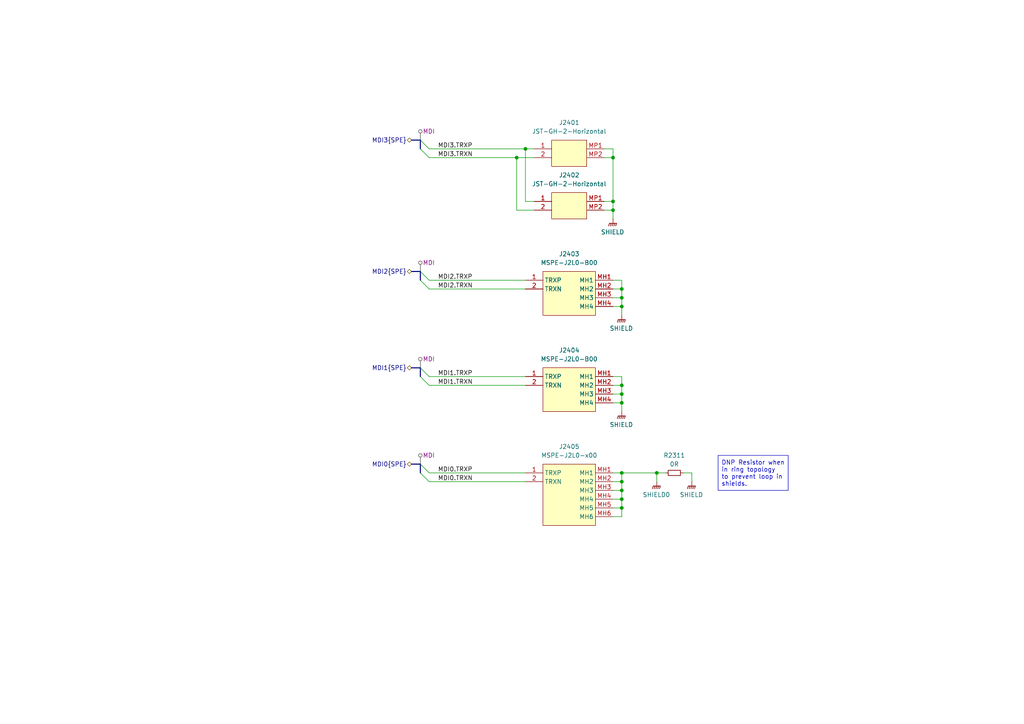
<source format=kicad_sch>
(kicad_sch
	(version 20250114)
	(generator "eeschema")
	(generator_version "9.0")
	(uuid "74c88219-6d92-487f-adc9-8b7127fcf1a3")
	(paper "A4")
	(title_block
		(title "Ethernet Connectors")
		(date "2025-06-30")
	)
	(lib_symbols
		(symbol "Device:R_Small"
			(pin_numbers
				(hide yes)
			)
			(pin_names
				(offset 0.254)
				(hide yes)
			)
			(exclude_from_sim no)
			(in_bom yes)
			(on_board yes)
			(property "Reference" "R"
				(at 0 0 90)
				(effects
					(font
						(size 1.016 1.016)
					)
				)
			)
			(property "Value" "R_Small"
				(at 1.778 0 90)
				(effects
					(font
						(size 1.27 1.27)
					)
				)
			)
			(property "Footprint" ""
				(at 0 0 0)
				(effects
					(font
						(size 1.27 1.27)
					)
					(hide yes)
				)
			)
			(property "Datasheet" "~"
				(at 0 0 0)
				(effects
					(font
						(size 1.27 1.27)
					)
					(hide yes)
				)
			)
			(property "Description" "Resistor, small symbol"
				(at 0 0 0)
				(effects
					(font
						(size 1.27 1.27)
					)
					(hide yes)
				)
			)
			(property "ki_keywords" "R resistor"
				(at 0 0 0)
				(effects
					(font
						(size 1.27 1.27)
					)
					(hide yes)
				)
			)
			(property "ki_fp_filters" "R_*"
				(at 0 0 0)
				(effects
					(font
						(size 1.27 1.27)
					)
					(hide yes)
				)
			)
			(symbol "R_Small_0_1"
				(rectangle
					(start -0.762 1.778)
					(end 0.762 -1.778)
					(stroke
						(width 0.2032)
						(type default)
					)
					(fill
						(type none)
					)
				)
			)
			(symbol "R_Small_1_1"
				(pin passive line
					(at 0 2.54 270)
					(length 0.762)
					(name "~"
						(effects
							(font
								(size 1.27 1.27)
							)
						)
					)
					(number "1"
						(effects
							(font
								(size 1.27 1.27)
							)
						)
					)
				)
				(pin passive line
					(at 0 -2.54 90)
					(length 0.762)
					(name "~"
						(effects
							(font
								(size 1.27 1.27)
							)
						)
					)
					(number "2"
						(effects
							(font
								(size 1.27 1.27)
							)
						)
					)
				)
			)
			(embedded_fonts no)
		)
		(symbol "ETH-CONN:MSPE-J2L0-B00"
			(exclude_from_sim no)
			(in_bom yes)
			(on_board yes)
			(property "Reference" "J"
				(at 0 5.08 0)
				(effects
					(font
						(size 1.27 1.27)
					)
				)
			)
			(property "Value" "MSPE-J2L0-B00"
				(at 0 2.54 0)
				(effects
					(font
						(size 1.27 1.27)
					)
				)
			)
			(property "Footprint" "project_footprints:MSPEJ2L0B00"
				(at 21.59 -94.92 0)
				(effects
					(font
						(size 1.27 1.27)
					)
					(justify left top)
					(hide yes)
				)
			)
			(property "Datasheet" "https://cdn.amphenol-icc.com/media/wysiwyg/files/drawing/p-mspe-j2l0-b00.pdf"
				(at 21.59 -194.92 0)
				(effects
					(font
						(size 1.27 1.27)
					)
					(justify left top)
					(hide yes)
				)
			)
			(property "Description" "Modular Connectors / Ethernet Connectors MSPE SGL PAIR ETHERNET CABLE"
				(at 0 -15.24 0)
				(effects
					(font
						(size 1.27 1.27)
					)
					(hide yes)
				)
			)
			(property "Height" "6.55"
				(at 21.59 -394.92 0)
				(effects
					(font
						(size 1.27 1.27)
					)
					(justify left top)
					(hide yes)
				)
			)
			(property "Mouser Part Number" "523-MSPE-J2L0-B00"
				(at 21.59 -494.92 0)
				(effects
					(font
						(size 1.27 1.27)
					)
					(justify left top)
					(hide yes)
				)
			)
			(property "Mouser Price/Stock" "https://www.mouser.co.uk/ProductDetail/Amphenol-Commercial-Products/MSPE-J2L0-B00?qs=e8oIoAS2J1QiQnwI3t%2FVjA%3D%3D"
				(at 21.59 -594.92 0)
				(effects
					(font
						(size 1.27 1.27)
					)
					(justify left top)
					(hide yes)
				)
			)
			(property "Manufacturer_Name" "Amphenol"
				(at 21.59 -694.92 0)
				(effects
					(font
						(size 1.27 1.27)
					)
					(justify left top)
					(hide yes)
				)
			)
			(property "Manufacturer_Part_Number" "MSPE-J2L0-B00"
				(at 21.59 -794.92 0)
				(effects
					(font
						(size 1.27 1.27)
					)
					(justify left top)
					(hide yes)
				)
			)
			(symbol "MSPE-J2L0-B00_1_1"
				(rectangle
					(start -7.62 0)
					(end 7.62 -12.7)
					(stroke
						(width 0)
						(type solid)
					)
					(fill
						(type background)
					)
				)
				(pin passive line
					(at -12.7 -2.54 0)
					(length 5.08)
					(name "TRXP"
						(effects
							(font
								(size 1.27 1.27)
							)
						)
					)
					(number "1"
						(effects
							(font
								(size 1.27 1.27)
							)
						)
					)
				)
				(pin passive line
					(at -12.7 -5.08 0)
					(length 5.08)
					(name "TRXN"
						(effects
							(font
								(size 1.27 1.27)
							)
						)
					)
					(number "2"
						(effects
							(font
								(size 1.27 1.27)
							)
						)
					)
				)
				(pin passive line
					(at 12.7 -2.54 180)
					(length 5.08)
					(name "MH1"
						(effects
							(font
								(size 1.27 1.27)
							)
						)
					)
					(number "MH1"
						(effects
							(font
								(size 1.27 1.27)
							)
						)
					)
				)
				(pin passive line
					(at 12.7 -5.08 180)
					(length 5.08)
					(name "MH2"
						(effects
							(font
								(size 1.27 1.27)
							)
						)
					)
					(number "MH2"
						(effects
							(font
								(size 1.27 1.27)
							)
						)
					)
				)
				(pin passive line
					(at 12.7 -7.62 180)
					(length 5.08)
					(name "MH3"
						(effects
							(font
								(size 1.27 1.27)
							)
						)
					)
					(number "MH3"
						(effects
							(font
								(size 1.27 1.27)
							)
						)
					)
				)
				(pin passive line
					(at 12.7 -10.16 180)
					(length 5.08)
					(name "MH4"
						(effects
							(font
								(size 1.27 1.27)
							)
						)
					)
					(number "MH4"
						(effects
							(font
								(size 1.27 1.27)
							)
						)
					)
				)
			)
			(embedded_fonts no)
		)
		(symbol "ETH-CONN:MSPE-J2L0-x00"
			(exclude_from_sim no)
			(in_bom yes)
			(on_board yes)
			(property "Reference" "J"
				(at 0 5.08 0)
				(effects
					(font
						(size 1.27 1.27)
					)
				)
			)
			(property "Value" "MSPE-J2L0-x00"
				(at 0 2.54 0)
				(effects
					(font
						(size 1.27 1.27)
					)
				)
			)
			(property "Footprint" "project_footprints:MSPEJ2L0x00"
				(at 21.59 -94.92 0)
				(effects
					(font
						(size 1.27 1.27)
					)
					(justify left top)
					(hide yes)
				)
			)
			(property "Datasheet" "https://cdn.amphenol-icc.com/media/wysiwyg/files/drawing/p-mspe-j2l0-b00.pdf"
				(at 21.59 -194.92 0)
				(effects
					(font
						(size 1.27 1.27)
					)
					(justify left top)
					(hide yes)
				)
			)
			(property "Description" "Modular Connectors / Ethernet Connectors MSPE SGL PAIR ETHERNET CABLE"
				(at 0 -20.32 0)
				(effects
					(font
						(size 1.27 1.27)
					)
					(hide yes)
				)
			)
			(property "Height" "6.55"
				(at 21.59 -394.92 0)
				(effects
					(font
						(size 1.27 1.27)
					)
					(justify left top)
					(hide yes)
				)
			)
			(property "Mouser Part Number" "523-MSPE-J2L0-B00"
				(at 21.59 -494.92 0)
				(effects
					(font
						(size 1.27 1.27)
					)
					(justify left top)
					(hide yes)
				)
			)
			(property "Mouser Price/Stock" "https://www.mouser.co.uk/ProductDetail/Amphenol-Commercial-Products/MSPE-J2L0-B00?qs=e8oIoAS2J1QiQnwI3t%2FVjA%3D%3D"
				(at 21.59 -594.92 0)
				(effects
					(font
						(size 1.27 1.27)
					)
					(justify left top)
					(hide yes)
				)
			)
			(property "Manufacturer_Name" "Amphenol"
				(at 21.59 -694.92 0)
				(effects
					(font
						(size 1.27 1.27)
					)
					(justify left top)
					(hide yes)
				)
			)
			(property "Manufacturer_Part_Number" "MSPE-J2L0-B00"
				(at 21.59 -794.92 0)
				(effects
					(font
						(size 1.27 1.27)
					)
					(justify left top)
					(hide yes)
				)
			)
			(symbol "MSPE-J2L0-x00_1_1"
				(rectangle
					(start -7.62 0)
					(end 7.62 -17.78)
					(stroke
						(width 0)
						(type solid)
					)
					(fill
						(type background)
					)
				)
				(pin passive line
					(at -12.7 -2.54 0)
					(length 5.08)
					(name "TRXP"
						(effects
							(font
								(size 1.27 1.27)
							)
						)
					)
					(number "1"
						(effects
							(font
								(size 1.27 1.27)
							)
						)
					)
				)
				(pin passive line
					(at -12.7 -5.08 0)
					(length 5.08)
					(name "TRXN"
						(effects
							(font
								(size 1.27 1.27)
							)
						)
					)
					(number "2"
						(effects
							(font
								(size 1.27 1.27)
							)
						)
					)
				)
				(pin passive line
					(at 12.7 -2.54 180)
					(length 5.08)
					(name "MH1"
						(effects
							(font
								(size 1.27 1.27)
							)
						)
					)
					(number "MH1"
						(effects
							(font
								(size 1.27 1.27)
							)
						)
					)
				)
				(pin passive line
					(at 12.7 -5.08 180)
					(length 5.08)
					(name "MH2"
						(effects
							(font
								(size 1.27 1.27)
							)
						)
					)
					(number "MH2"
						(effects
							(font
								(size 1.27 1.27)
							)
						)
					)
				)
				(pin passive line
					(at 12.7 -7.62 180)
					(length 5.08)
					(name "MH3"
						(effects
							(font
								(size 1.27 1.27)
							)
						)
					)
					(number "MH3"
						(effects
							(font
								(size 1.27 1.27)
							)
						)
					)
				)
				(pin passive line
					(at 12.7 -10.16 180)
					(length 5.08)
					(name "MH4"
						(effects
							(font
								(size 1.27 1.27)
							)
						)
					)
					(number "MH4"
						(effects
							(font
								(size 1.27 1.27)
							)
						)
					)
				)
				(pin passive line
					(at 12.7 -12.7 180)
					(length 5.08)
					(name "MH5"
						(effects
							(font
								(size 1.27 1.27)
							)
						)
					)
					(number "MH5"
						(effects
							(font
								(size 1.27 1.27)
							)
						)
					)
				)
				(pin passive line
					(at 12.7 -15.24 180)
					(length 5.08)
					(name "MH6"
						(effects
							(font
								(size 1.27 1.27)
							)
						)
					)
					(number "MH6"
						(effects
							(font
								(size 1.27 1.27)
							)
						)
					)
				)
			)
			(embedded_fonts no)
		)
		(symbol "JST-GH:JST-GH-2-Horizontal"
			(pin_names
				(hide yes)
			)
			(exclude_from_sim no)
			(in_bom yes)
			(on_board yes)
			(property "Reference" "J"
				(at 0 5.08 0)
				(effects
					(font
						(size 1.27 1.27)
					)
				)
			)
			(property "Value" "JST-GH-2-Horizontal"
				(at 0 2.54 0)
				(effects
					(font
						(size 1.27 1.27)
					)
				)
			)
			(property "Footprint" "project_footprints:JST_GH_SM02B-GHS-TB_1x02-1MP_P1.25mm_Horizontal"
				(at 0 -10.16 0)
				(effects
					(font
						(size 1.27 1.27)
					)
					(hide yes)
				)
			)
			(property "Datasheet" ""
				(at 0 0 0)
				(effects
					(font
						(size 1.27 1.27)
					)
					(hide yes)
				)
			)
			(property "Description" ""
				(at 0 0 0)
				(effects
					(font
						(size 1.27 1.27)
					)
					(hide yes)
				)
			)
			(symbol "JST-GH-2-Horizontal_1_1"
				(rectangle
					(start -5.08 0)
					(end 5.08 -7.62)
					(stroke
						(width 0)
						(type solid)
					)
					(fill
						(type background)
					)
				)
				(pin passive line
					(at -10.16 -2.54 0)
					(length 5.08)
					(name ""
						(effects
							(font
								(size 1.27 1.27)
							)
						)
					)
					(number "MP1"
						(effects
							(font
								(size 1.27 1.27)
							)
						)
					)
				)
				(pin passive line
					(at -10.16 -5.08 0)
					(length 5.08)
					(name ""
						(effects
							(font
								(size 1.27 1.27)
							)
						)
					)
					(number "MP2"
						(effects
							(font
								(size 1.27 1.27)
							)
						)
					)
				)
				(pin passive line
					(at 10.16 -2.54 180)
					(length 5.08)
					(name ""
						(effects
							(font
								(size 1.27 1.27)
							)
						)
					)
					(number "1"
						(effects
							(font
								(size 1.27 1.27)
							)
						)
					)
				)
				(pin passive line
					(at 10.16 -5.08 180)
					(length 5.08)
					(name ""
						(effects
							(font
								(size 1.27 1.27)
							)
						)
					)
					(number "2"
						(effects
							(font
								(size 1.27 1.27)
							)
						)
					)
				)
			)
			(embedded_fonts no)
		)
		(symbol "PWR-SYM:SHIELD"
			(power)
			(pin_numbers
				(hide yes)
			)
			(pin_names
				(offset 0)
				(hide yes)
			)
			(exclude_from_sim no)
			(in_bom yes)
			(on_board yes)
			(property "Reference" "#PWR"
				(at 0 -5.08 0)
				(effects
					(font
						(size 1.27 1.27)
					)
					(hide yes)
				)
			)
			(property "Value" "SHIELD"
				(at 0 -3.302 0)
				(effects
					(font
						(size 1.27 1.27)
					)
				)
			)
			(property "Footprint" ""
				(at 0 -1.27 0)
				(effects
					(font
						(size 1.27 1.27)
					)
					(hide yes)
				)
			)
			(property "Datasheet" ""
				(at 0 -1.27 0)
				(effects
					(font
						(size 1.27 1.27)
					)
					(hide yes)
				)
			)
			(property "Description" "Power symbol creates a global label with name \"SHIELD\" , global ground"
				(at 0 0 0)
				(effects
					(font
						(size 1.27 1.27)
					)
					(hide yes)
				)
			)
			(property "ki_keywords" "global ground"
				(at 0 0 0)
				(effects
					(font
						(size 1.27 1.27)
					)
					(hide yes)
				)
			)
			(symbol "SHIELD_0_1"
				(polyline
					(pts
						(xy -1.016 -1.27) (xy -1.27 -2.032) (xy -1.27 -2.032)
					)
					(stroke
						(width 0.2032)
						(type default)
					)
					(fill
						(type none)
					)
				)
				(polyline
					(pts
						(xy -0.508 -1.27) (xy -0.762 -2.032) (xy -0.762 -2.032)
					)
					(stroke
						(width 0.2032)
						(type default)
					)
					(fill
						(type none)
					)
				)
				(polyline
					(pts
						(xy 0 -1.27) (xy 0 0)
					)
					(stroke
						(width 0)
						(type default)
					)
					(fill
						(type none)
					)
				)
				(polyline
					(pts
						(xy 0 -1.27) (xy -0.254 -2.032) (xy -0.254 -2.032)
					)
					(stroke
						(width 0.2032)
						(type default)
					)
					(fill
						(type none)
					)
				)
				(polyline
					(pts
						(xy 0.508 -1.27) (xy 0.254 -2.032) (xy 0.254 -2.032)
					)
					(stroke
						(width 0.2032)
						(type default)
					)
					(fill
						(type none)
					)
				)
				(polyline
					(pts
						(xy 1.016 -1.27) (xy -1.016 -1.27) (xy -1.016 -1.27)
					)
					(stroke
						(width 0.2032)
						(type default)
					)
					(fill
						(type none)
					)
				)
				(polyline
					(pts
						(xy 1.016 -1.27) (xy 0.762 -2.032) (xy 0.762 -2.032) (xy 0.762 -2.032)
					)
					(stroke
						(width 0.2032)
						(type default)
					)
					(fill
						(type none)
					)
				)
			)
			(symbol "SHIELD_1_1"
				(pin power_in line
					(at 0 0 270)
					(length 0)
					(name "~"
						(effects
							(font
								(size 1.27 1.27)
							)
						)
					)
					(number "1"
						(effects
							(font
								(size 1.27 1.27)
							)
						)
					)
				)
			)
			(embedded_fonts no)
		)
		(symbol "PWR-SYM:SHIELD0"
			(power)
			(pin_numbers
				(hide yes)
			)
			(pin_names
				(offset 0)
				(hide yes)
			)
			(exclude_from_sim no)
			(in_bom yes)
			(on_board yes)
			(property "Reference" "#PWR"
				(at 0 -5.08 0)
				(effects
					(font
						(size 1.27 1.27)
					)
					(hide yes)
				)
			)
			(property "Value" "SHIELD0"
				(at 0 -3.302 0)
				(effects
					(font
						(size 1.27 1.27)
					)
				)
			)
			(property "Footprint" ""
				(at 0 -1.27 0)
				(effects
					(font
						(size 1.27 1.27)
					)
					(hide yes)
				)
			)
			(property "Datasheet" ""
				(at 0 -1.27 0)
				(effects
					(font
						(size 1.27 1.27)
					)
					(hide yes)
				)
			)
			(property "Description" "Power symbol creates a global label with name \"SHIELD0\" , global ground"
				(at 0 0 0)
				(effects
					(font
						(size 1.27 1.27)
					)
					(hide yes)
				)
			)
			(property "ki_keywords" "global ground"
				(at 0 0 0)
				(effects
					(font
						(size 1.27 1.27)
					)
					(hide yes)
				)
			)
			(symbol "SHIELD0_0_1"
				(polyline
					(pts
						(xy -1.016 -1.27) (xy -1.27 -2.032) (xy -1.27 -2.032)
					)
					(stroke
						(width 0.2032)
						(type default)
					)
					(fill
						(type none)
					)
				)
				(polyline
					(pts
						(xy -0.508 -1.27) (xy -0.762 -2.032) (xy -0.762 -2.032)
					)
					(stroke
						(width 0.2032)
						(type default)
					)
					(fill
						(type none)
					)
				)
				(polyline
					(pts
						(xy 0 -1.27) (xy 0 0)
					)
					(stroke
						(width 0)
						(type default)
					)
					(fill
						(type none)
					)
				)
				(polyline
					(pts
						(xy 0 -1.27) (xy -0.254 -2.032) (xy -0.254 -2.032)
					)
					(stroke
						(width 0.2032)
						(type default)
					)
					(fill
						(type none)
					)
				)
				(polyline
					(pts
						(xy 0.508 -1.27) (xy 0.254 -2.032) (xy 0.254 -2.032)
					)
					(stroke
						(width 0.2032)
						(type default)
					)
					(fill
						(type none)
					)
				)
				(polyline
					(pts
						(xy 1.016 -1.27) (xy -1.016 -1.27) (xy -1.016 -1.27)
					)
					(stroke
						(width 0.2032)
						(type default)
					)
					(fill
						(type none)
					)
				)
				(polyline
					(pts
						(xy 1.016 -1.27) (xy 0.762 -2.032) (xy 0.762 -2.032) (xy 0.762 -2.032)
					)
					(stroke
						(width 0.2032)
						(type default)
					)
					(fill
						(type none)
					)
				)
			)
			(symbol "SHIELD0_1_1"
				(pin power_in line
					(at 0 0 270)
					(length 0)
					(name "~"
						(effects
							(font
								(size 1.27 1.27)
							)
						)
					)
					(number "1"
						(effects
							(font
								(size 1.27 1.27)
							)
						)
					)
				)
			)
			(embedded_fonts no)
		)
	)
	(bus_alias "SPE"
		(members "TRXP" "TRXN")
	)
	(text_box "DNP Resistor when in ring topology to prevent loop in shields."
		(exclude_from_sim no)
		(at 208.28 132.08 0)
		(size 20.32 10.16)
		(margins 0.9525 0.9525 0.9525 0.9525)
		(stroke
			(width 0)
			(type solid)
		)
		(fill
			(type none)
		)
		(effects
			(font
				(size 1.27 1.27)
			)
			(justify left)
		)
		(uuid "cf97b4d4-c197-4870-b2ce-49dfc9af1cee")
	)
	(junction
		(at 180.34 137.16)
		(diameter 0)
		(color 0 0 0 0)
		(uuid "027cba98-2547-4bfc-9af3-be5771aa6bad")
	)
	(junction
		(at 180.34 114.3)
		(diameter 0)
		(color 0 0 0 0)
		(uuid "03e96879-0c60-491c-9bf5-91213645972b")
	)
	(junction
		(at 152.4 43.18)
		(diameter 0)
		(color 0 0 0 0)
		(uuid "0acce138-dee0-428a-b628-e12812f12258")
	)
	(junction
		(at 180.34 139.7)
		(diameter 0)
		(color 0 0 0 0)
		(uuid "16dd47cb-3c58-4150-8553-c255ee7b018b")
	)
	(junction
		(at 177.8 58.42)
		(diameter 0)
		(color 0 0 0 0)
		(uuid "4a94001c-c860-4460-a72e-5003d386983c")
	)
	(junction
		(at 177.8 45.72)
		(diameter 0)
		(color 0 0 0 0)
		(uuid "59726343-c0ce-4e4a-96ff-d443d505e0fc")
	)
	(junction
		(at 149.86 45.72)
		(diameter 0)
		(color 0 0 0 0)
		(uuid "5dc7e096-8a06-44a1-a7db-fbcdb13ca617")
	)
	(junction
		(at 180.34 147.32)
		(diameter 0)
		(color 0 0 0 0)
		(uuid "5dd56948-40f7-4552-b89b-1349ce72e964")
	)
	(junction
		(at 180.34 144.78)
		(diameter 0)
		(color 0 0 0 0)
		(uuid "9eb6c164-3d17-4bc1-83f7-aae2503ba5dd")
	)
	(junction
		(at 180.34 111.76)
		(diameter 0)
		(color 0 0 0 0)
		(uuid "be2370db-64c3-4663-9aa5-bc28c430ec8d")
	)
	(junction
		(at 180.34 88.9)
		(diameter 0)
		(color 0 0 0 0)
		(uuid "befe4ea5-327a-4b45-ad77-6aaa52c8b7c9")
	)
	(junction
		(at 177.8 60.96)
		(diameter 0)
		(color 0 0 0 0)
		(uuid "bfb1c339-6efa-4037-9526-8cb1e650789c")
	)
	(junction
		(at 180.34 86.36)
		(diameter 0)
		(color 0 0 0 0)
		(uuid "bfff8172-7e1f-4e4c-9114-f72e5150a7f6")
	)
	(junction
		(at 180.34 142.24)
		(diameter 0)
		(color 0 0 0 0)
		(uuid "cd5b09c5-90ca-42fc-94a5-a930d126ed56")
	)
	(junction
		(at 190.5 137.16)
		(diameter 0)
		(color 0 0 0 0)
		(uuid "e691bdff-49e8-46c3-8d28-bb413a70c35e")
	)
	(junction
		(at 180.34 83.82)
		(diameter 0)
		(color 0 0 0 0)
		(uuid "e8c31065-077e-4a46-a80c-21090d24c166")
	)
	(junction
		(at 180.34 116.84)
		(diameter 0)
		(color 0 0 0 0)
		(uuid "ee0c737b-4ed5-4ed7-b5ec-69bfa8e2f91f")
	)
	(bus_entry
		(at 121.92 78.74)
		(size 2.54 2.54)
		(stroke
			(width 0)
			(type default)
		)
		(uuid "19eae835-f0e7-4e42-b30e-0fe1f38461b3")
	)
	(bus_entry
		(at 121.92 109.22)
		(size 2.54 2.54)
		(stroke
			(width 0)
			(type default)
		)
		(uuid "6906f31a-2e9b-4af9-a7f7-50ffe70f006d")
	)
	(bus_entry
		(at 121.92 43.18)
		(size 2.54 2.54)
		(stroke
			(width 0)
			(type default)
		)
		(uuid "6fae0ac5-ce4d-4ede-a88f-0ac83de6cae0")
	)
	(bus_entry
		(at 121.92 137.16)
		(size 2.54 2.54)
		(stroke
			(width 0)
			(type default)
		)
		(uuid "9ce00b59-d67b-4a75-8004-139d0e3f12da")
	)
	(bus_entry
		(at 121.92 81.28)
		(size 2.54 2.54)
		(stroke
			(width 0)
			(type default)
		)
		(uuid "a5f1d11d-84be-40d3-bf3c-eaa2d72e2441")
	)
	(bus_entry
		(at 121.92 40.64)
		(size 2.54 2.54)
		(stroke
			(width 0)
			(type default)
		)
		(uuid "ca4a57b8-7139-452e-82c1-1241c7d7450f")
	)
	(bus_entry
		(at 121.92 106.68)
		(size 2.54 2.54)
		(stroke
			(width 0)
			(type default)
		)
		(uuid "d8a97646-4a35-43d6-a41d-f417fa7504da")
	)
	(bus_entry
		(at 121.92 134.62)
		(size 2.54 2.54)
		(stroke
			(width 0)
			(type default)
		)
		(uuid "fb6323d0-47d7-4a92-8908-4b7fac00400b")
	)
	(wire
		(pts
			(xy 124.46 111.76) (xy 152.4 111.76)
		)
		(stroke
			(width 0)
			(type default)
		)
		(uuid "0a642a2e-8509-4533-98f7-b84a0af5e05e")
	)
	(wire
		(pts
			(xy 124.46 83.82) (xy 152.4 83.82)
		)
		(stroke
			(width 0)
			(type default)
		)
		(uuid "1011742c-2a1a-4a98-8d45-b60ffecb1373")
	)
	(wire
		(pts
			(xy 124.46 137.16) (xy 152.4 137.16)
		)
		(stroke
			(width 0)
			(type default)
		)
		(uuid "111e1054-8bfe-453c-af91-0e3a65952173")
	)
	(wire
		(pts
			(xy 175.26 43.18) (xy 177.8 43.18)
		)
		(stroke
			(width 0)
			(type default)
		)
		(uuid "1237f2a4-98f8-47cb-a60e-80fb147a2ad9")
	)
	(wire
		(pts
			(xy 180.34 137.16) (xy 190.5 137.16)
		)
		(stroke
			(width 0)
			(type default)
		)
		(uuid "1fddfc0d-b1ae-4145-9710-f8c1ce6dcf35")
	)
	(wire
		(pts
			(xy 180.34 88.9) (xy 180.34 91.44)
		)
		(stroke
			(width 0)
			(type default)
		)
		(uuid "2192ae57-c83b-4578-a077-a75867fa0bba")
	)
	(bus
		(pts
			(xy 121.92 106.68) (xy 119.38 106.68)
		)
		(stroke
			(width 0)
			(type default)
		)
		(uuid "294d781e-a628-40d7-bee3-3ef084d396cf")
	)
	(wire
		(pts
			(xy 124.46 43.18) (xy 152.4 43.18)
		)
		(stroke
			(width 0)
			(type default)
		)
		(uuid "2bd77a05-af28-45ef-9afe-ddb7839ad78b")
	)
	(wire
		(pts
			(xy 124.46 109.22) (xy 152.4 109.22)
		)
		(stroke
			(width 0)
			(type default)
		)
		(uuid "2cc28374-7cc9-4b50-9a4d-1faecd3d204c")
	)
	(wire
		(pts
			(xy 154.94 60.96) (xy 149.86 60.96)
		)
		(stroke
			(width 0)
			(type default)
		)
		(uuid "35b4977f-60b3-4af8-942e-458a66281804")
	)
	(bus
		(pts
			(xy 121.92 134.62) (xy 121.92 137.16)
		)
		(stroke
			(width 0)
			(type default)
		)
		(uuid "36c54877-92df-4cd9-af4d-7126a3659550")
	)
	(wire
		(pts
			(xy 152.4 58.42) (xy 152.4 43.18)
		)
		(stroke
			(width 0)
			(type default)
		)
		(uuid "37998ce6-3045-4f5c-ac98-e9ae3c444c24")
	)
	(bus
		(pts
			(xy 121.92 106.68) (xy 121.92 109.22)
		)
		(stroke
			(width 0)
			(type default)
		)
		(uuid "3a7e5d3f-3c12-47c7-8ae6-142008d95a70")
	)
	(wire
		(pts
			(xy 124.46 139.7) (xy 152.4 139.7)
		)
		(stroke
			(width 0)
			(type default)
		)
		(uuid "3fc24f2e-6ff6-4c88-97d0-6355b92ebf50")
	)
	(wire
		(pts
			(xy 177.8 147.32) (xy 180.34 147.32)
		)
		(stroke
			(width 0)
			(type default)
		)
		(uuid "4379713e-bf62-43b7-ac50-20b2633f9a28")
	)
	(wire
		(pts
			(xy 180.34 142.24) (xy 180.34 144.78)
		)
		(stroke
			(width 0)
			(type default)
		)
		(uuid "45d251ec-40a8-4528-a317-b69beca8178e")
	)
	(wire
		(pts
			(xy 177.8 109.22) (xy 180.34 109.22)
		)
		(stroke
			(width 0)
			(type default)
		)
		(uuid "45f2e113-a3c1-4b6f-99ea-6eea6be8cd8a")
	)
	(bus
		(pts
			(xy 121.92 78.74) (xy 119.38 78.74)
		)
		(stroke
			(width 0)
			(type default)
		)
		(uuid "4d271a5d-7ca5-4457-84ef-b877ba6b7571")
	)
	(wire
		(pts
			(xy 177.8 60.96) (xy 177.8 63.5)
		)
		(stroke
			(width 0)
			(type default)
		)
		(uuid "53d9611e-c743-4b13-a701-2f97a347bc42")
	)
	(wire
		(pts
			(xy 177.8 86.36) (xy 180.34 86.36)
		)
		(stroke
			(width 0)
			(type default)
		)
		(uuid "61180feb-fb45-472c-ad34-d257e39e5694")
	)
	(wire
		(pts
			(xy 180.34 83.82) (xy 180.34 86.36)
		)
		(stroke
			(width 0)
			(type default)
		)
		(uuid "63a075d3-5bcb-4d5d-83d0-da120678a4fb")
	)
	(wire
		(pts
			(xy 180.34 88.9) (xy 177.8 88.9)
		)
		(stroke
			(width 0)
			(type default)
		)
		(uuid "6ad7e82d-269c-43ba-a36b-37c85770880f")
	)
	(wire
		(pts
			(xy 177.8 114.3) (xy 180.34 114.3)
		)
		(stroke
			(width 0)
			(type default)
		)
		(uuid "6ceeaf32-10cd-40e8-afcf-1527d3f31215")
	)
	(bus
		(pts
			(xy 121.92 40.64) (xy 119.38 40.64)
		)
		(stroke
			(width 0)
			(type default)
		)
		(uuid "6ddc01bd-3b4a-4435-b2a1-2e898d6126a0")
	)
	(wire
		(pts
			(xy 180.34 109.22) (xy 180.34 111.76)
		)
		(stroke
			(width 0)
			(type default)
		)
		(uuid "710eba78-c96b-41f7-b54f-542c1c7123b3")
	)
	(wire
		(pts
			(xy 149.86 60.96) (xy 149.86 45.72)
		)
		(stroke
			(width 0)
			(type default)
		)
		(uuid "74638193-e6d6-4c3c-800a-c4a88ac8c415")
	)
	(wire
		(pts
			(xy 180.34 147.32) (xy 180.34 149.86)
		)
		(stroke
			(width 0)
			(type default)
		)
		(uuid "764a95c0-bc53-4487-814c-8b1d73eebb14")
	)
	(wire
		(pts
			(xy 180.34 116.84) (xy 180.34 119.38)
		)
		(stroke
			(width 0)
			(type default)
		)
		(uuid "7793ba3a-aa39-4f42-836a-aed5950a01f4")
	)
	(wire
		(pts
			(xy 180.34 137.16) (xy 180.34 139.7)
		)
		(stroke
			(width 0)
			(type default)
		)
		(uuid "818e556f-758a-4b39-9d51-6eb2d07e56b8")
	)
	(wire
		(pts
			(xy 177.8 83.82) (xy 180.34 83.82)
		)
		(stroke
			(width 0)
			(type default)
		)
		(uuid "8569bf17-a21f-4552-a823-59a031bd2cd5")
	)
	(wire
		(pts
			(xy 190.5 137.16) (xy 193.04 137.16)
		)
		(stroke
			(width 0)
			(type default)
		)
		(uuid "85a90c0b-cfae-49b0-91d2-5a80b97d658c")
	)
	(bus
		(pts
			(xy 121.92 40.64) (xy 121.92 43.18)
		)
		(stroke
			(width 0)
			(type default)
		)
		(uuid "8b6b1e6b-90d7-44d3-aa6b-c913f2f2671d")
	)
	(wire
		(pts
			(xy 177.8 45.72) (xy 177.8 43.18)
		)
		(stroke
			(width 0)
			(type default)
		)
		(uuid "9452a5c2-0f3f-4be4-be94-64461ac4458a")
	)
	(wire
		(pts
			(xy 152.4 43.18) (xy 154.94 43.18)
		)
		(stroke
			(width 0)
			(type default)
		)
		(uuid "a021f567-d99d-4dc8-9a91-74fef816aa86")
	)
	(bus
		(pts
			(xy 121.92 134.62) (xy 119.38 134.62)
		)
		(stroke
			(width 0)
			(type default)
		)
		(uuid "a0a3dac8-2b5d-4e06-87b7-5be7cfb97b5c")
	)
	(wire
		(pts
			(xy 175.26 60.96) (xy 177.8 60.96)
		)
		(stroke
			(width 0)
			(type default)
		)
		(uuid "ac5c95d9-cb01-4f07-af75-afebee5e4632")
	)
	(wire
		(pts
			(xy 180.34 111.76) (xy 180.34 114.3)
		)
		(stroke
			(width 0)
			(type default)
		)
		(uuid "ac7f762c-a2ef-4e47-9e7d-dcb42fb32ae5")
	)
	(wire
		(pts
			(xy 177.8 45.72) (xy 177.8 58.42)
		)
		(stroke
			(width 0)
			(type default)
		)
		(uuid "afd997ca-f6f1-4dfe-87a8-899ebef2622d")
	)
	(wire
		(pts
			(xy 124.46 45.72) (xy 149.86 45.72)
		)
		(stroke
			(width 0)
			(type default)
		)
		(uuid "b0762e3f-94f9-4b04-ac3e-e82140a530c9")
	)
	(wire
		(pts
			(xy 177.8 111.76) (xy 180.34 111.76)
		)
		(stroke
			(width 0)
			(type default)
		)
		(uuid "b3736acc-ecb7-42d5-9807-a644f5a9c354")
	)
	(wire
		(pts
			(xy 180.34 114.3) (xy 180.34 116.84)
		)
		(stroke
			(width 0)
			(type default)
		)
		(uuid "b60434ba-9bd0-4675-88b7-4869c4786a86")
	)
	(wire
		(pts
			(xy 180.34 86.36) (xy 180.34 88.9)
		)
		(stroke
			(width 0)
			(type default)
		)
		(uuid "b82119ea-fdb9-4f20-bf49-4b803eecd993")
	)
	(wire
		(pts
			(xy 180.34 149.86) (xy 177.8 149.86)
		)
		(stroke
			(width 0)
			(type default)
		)
		(uuid "bf31d85a-9730-4307-b5cb-24d324fddc55")
	)
	(wire
		(pts
			(xy 180.34 144.78) (xy 177.8 144.78)
		)
		(stroke
			(width 0)
			(type default)
		)
		(uuid "c6a5e022-3716-4f29-8e07-4fb284ddf444")
	)
	(wire
		(pts
			(xy 177.8 137.16) (xy 180.34 137.16)
		)
		(stroke
			(width 0)
			(type default)
		)
		(uuid "c6aa9dd7-643b-4b50-8104-48f9416223a9")
	)
	(bus
		(pts
			(xy 121.92 78.74) (xy 121.92 81.28)
		)
		(stroke
			(width 0)
			(type default)
		)
		(uuid "cffab3dc-d4c4-4d49-978e-9e1e7b85cff9")
	)
	(wire
		(pts
			(xy 154.94 58.42) (xy 152.4 58.42)
		)
		(stroke
			(width 0)
			(type default)
		)
		(uuid "d0a25816-9820-4569-aec0-8c0433252072")
	)
	(wire
		(pts
			(xy 200.66 137.16) (xy 198.12 137.16)
		)
		(stroke
			(width 0)
			(type default)
		)
		(uuid "d3228944-8bfa-42a7-91e2-1632751c4660")
	)
	(wire
		(pts
			(xy 177.8 81.28) (xy 180.34 81.28)
		)
		(stroke
			(width 0)
			(type default)
		)
		(uuid "d323ae1e-e9d9-4831-b6ec-6d346f8e48d1")
	)
	(wire
		(pts
			(xy 177.8 58.42) (xy 177.8 60.96)
		)
		(stroke
			(width 0)
			(type default)
		)
		(uuid "d8eea647-869c-42e0-8e1a-209e263ebee7")
	)
	(wire
		(pts
			(xy 175.26 58.42) (xy 177.8 58.42)
		)
		(stroke
			(width 0)
			(type default)
		)
		(uuid "da6faf5e-126e-4ab0-8bdc-721625774c0d")
	)
	(wire
		(pts
			(xy 177.8 142.24) (xy 180.34 142.24)
		)
		(stroke
			(width 0)
			(type default)
		)
		(uuid "de89252c-14cc-4dd2-ab60-e9be6eed9f59")
	)
	(wire
		(pts
			(xy 180.34 144.78) (xy 180.34 147.32)
		)
		(stroke
			(width 0)
			(type default)
		)
		(uuid "df6f6ce6-6bea-49db-b2fe-ed980993fb55")
	)
	(wire
		(pts
			(xy 177.8 139.7) (xy 180.34 139.7)
		)
		(stroke
			(width 0)
			(type default)
		)
		(uuid "e021b78c-2002-4650-998c-dd0c3b674b31")
	)
	(wire
		(pts
			(xy 190.5 137.16) (xy 190.5 139.7)
		)
		(stroke
			(width 0)
			(type default)
		)
		(uuid "e066b16d-be2c-410c-ba97-f2e1907f40f8")
	)
	(wire
		(pts
			(xy 180.34 81.28) (xy 180.34 83.82)
		)
		(stroke
			(width 0)
			(type default)
		)
		(uuid "ed992feb-2efd-473a-b2f0-0238162a225f")
	)
	(wire
		(pts
			(xy 175.26 45.72) (xy 177.8 45.72)
		)
		(stroke
			(width 0)
			(type default)
		)
		(uuid "ee350e2e-0283-4bcc-a7ec-6005102afe9e")
	)
	(wire
		(pts
			(xy 180.34 116.84) (xy 177.8 116.84)
		)
		(stroke
			(width 0)
			(type default)
		)
		(uuid "f71d637a-daa4-418a-bec2-64f3036817b5")
	)
	(wire
		(pts
			(xy 180.34 139.7) (xy 180.34 142.24)
		)
		(stroke
			(width 0)
			(type default)
		)
		(uuid "f8657db8-a304-4d46-8f31-0bde525757d1")
	)
	(wire
		(pts
			(xy 149.86 45.72) (xy 154.94 45.72)
		)
		(stroke
			(width 0)
			(type default)
		)
		(uuid "fab5bc8e-e5c5-46dd-838b-22dccfa1d956")
	)
	(wire
		(pts
			(xy 200.66 139.7) (xy 200.66 137.16)
		)
		(stroke
			(width 0)
			(type default)
		)
		(uuid "fb4774f9-5eea-49f4-8e8f-006d0e914c8b")
	)
	(wire
		(pts
			(xy 124.46 81.28) (xy 152.4 81.28)
		)
		(stroke
			(width 0)
			(type default)
		)
		(uuid "fb94fc75-6a40-4a31-ab03-88a9f23b8be8")
	)
	(label "MDI2.TRXN"
		(at 127 83.82 0)
		(effects
			(font
				(size 1.27 1.27)
			)
			(justify left bottom)
		)
		(uuid "031fa929-c375-4b58-80ea-dc9cce3a8ec4")
	)
	(label "MDI0.TRXP"
		(at 127 137.16 0)
		(effects
			(font
				(size 1.27 1.27)
			)
			(justify left bottom)
		)
		(uuid "57e5bfe6-ffbb-443f-9bc8-f0155d9f6d13")
	)
	(label "MDI1.TRXP"
		(at 127 109.22 0)
		(effects
			(font
				(size 1.27 1.27)
			)
			(justify left bottom)
		)
		(uuid "b1f87bfb-3670-46c3-93e8-9c8ce9b32f17")
	)
	(label "MDI0.TRXN"
		(at 127 139.7 0)
		(effects
			(font
				(size 1.27 1.27)
			)
			(justify left bottom)
		)
		(uuid "b99804bc-7c36-4087-9123-56280458f5b3")
	)
	(label "MDI3.TRXN"
		(at 127 45.72 0)
		(effects
			(font
				(size 1.27 1.27)
			)
			(justify left bottom)
		)
		(uuid "bddd1ac4-2042-45f9-aac7-0bc230ae83e8")
	)
	(label "MDI1.TRXN"
		(at 127 111.76 0)
		(effects
			(font
				(size 1.27 1.27)
			)
			(justify left bottom)
		)
		(uuid "d6a12536-9765-4983-ad20-0256899c0468")
	)
	(label "MDI3.TRXP"
		(at 127 43.18 0)
		(effects
			(font
				(size 1.27 1.27)
			)
			(justify left bottom)
		)
		(uuid "da566eb5-cfd1-49b5-93da-70b78b2511fe")
	)
	(label "MDI2.TRXP"
		(at 127 81.28 0)
		(effects
			(font
				(size 1.27 1.27)
			)
			(justify left bottom)
		)
		(uuid "e80a748f-4194-40c4-b821-39e44860e8b8")
	)
	(hierarchical_label "MDI0{SPE}"
		(shape bidirectional)
		(at 119.38 134.62 180)
		(effects
			(font
				(size 1.27 1.27)
			)
			(justify right)
		)
		(uuid "3a996e56-0056-410c-9caa-3de4e52f9a59")
	)
	(hierarchical_label "MDI2{SPE}"
		(shape bidirectional)
		(at 119.38 78.74 180)
		(effects
			(font
				(size 1.27 1.27)
			)
			(justify right)
		)
		(uuid "6dfab42e-9700-4810-909e-1b514ae60439")
	)
	(hierarchical_label "MDI1{SPE}"
		(shape bidirectional)
		(at 119.38 106.68 180)
		(effects
			(font
				(size 1.27 1.27)
			)
			(justify right)
		)
		(uuid "dae574de-d8a1-4d70-b224-b218696081de")
	)
	(hierarchical_label "MDI3{SPE}"
		(shape bidirectional)
		(at 119.38 40.64 180)
		(effects
			(font
				(size 1.27 1.27)
			)
			(justify right)
		)
		(uuid "fc0b2e40-857a-4635-99cd-03dea48a58cf")
	)
	(netclass_flag ""
		(length 2.54)
		(shape round)
		(at 121.92 40.64 0)
		(fields_autoplaced yes)
		(effects
			(font
				(size 1.27 1.27)
			)
			(justify left bottom)
		)
		(uuid "17a29ea1-aec1-4af8-b880-8fe87185a48e")
		(property "Netclass" "MDI"
			(at 122.6185 38.1 0)
			(effects
				(font
					(size 1.27 1.27)
				)
				(justify left)
			)
		)
		(property "Component Class" ""
			(at -170.18 -55.88 0)
			(effects
				(font
					(size 1.27 1.27)
					(italic yes)
				)
			)
		)
	)
	(netclass_flag ""
		(length 2.54)
		(shape round)
		(at 121.92 78.74 0)
		(fields_autoplaced yes)
		(effects
			(font
				(size 1.27 1.27)
			)
			(justify left bottom)
		)
		(uuid "5d74f6db-6fa6-45b5-bd5b-d777fa45afb2")
		(property "Netclass" "MDI"
			(at 122.6185 76.2 0)
			(effects
				(font
					(size 1.27 1.27)
				)
				(justify left)
			)
		)
		(property "Component Class" ""
			(at -170.18 -17.78 0)
			(effects
				(font
					(size 1.27 1.27)
					(italic yes)
				)
			)
		)
	)
	(netclass_flag ""
		(length 2.54)
		(shape round)
		(at 121.92 106.68 0)
		(fields_autoplaced yes)
		(effects
			(font
				(size 1.27 1.27)
			)
			(justify left bottom)
		)
		(uuid "c5233b2f-c67d-4c5b-b8d6-2e5c54a44857")
		(property "Netclass" "MDI"
			(at 122.6185 104.14 0)
			(effects
				(font
					(size 1.27 1.27)
				)
				(justify left)
			)
		)
		(property "Component Class" ""
			(at -170.18 10.16 0)
			(effects
				(font
					(size 1.27 1.27)
					(italic yes)
				)
			)
		)
	)
	(netclass_flag ""
		(length 2.54)
		(shape round)
		(at 121.92 134.62 0)
		(fields_autoplaced yes)
		(effects
			(font
				(size 1.27 1.27)
			)
			(justify left bottom)
		)
		(uuid "f823eb17-346c-4795-977a-149b35ca9bb8")
		(property "Netclass" "MDI"
			(at 122.6185 132.08 0)
			(effects
				(font
					(size 1.27 1.27)
				)
				(justify left)
			)
		)
		(property "Component Class" ""
			(at -170.18 38.1 0)
			(effects
				(font
					(size 1.27 1.27)
					(italic yes)
				)
			)
		)
	)
	(symbol
		(lib_id "ETH-CONN:MSPE-J2L0-B00")
		(at 165.1 106.68 0)
		(unit 1)
		(exclude_from_sim no)
		(in_bom yes)
		(on_board yes)
		(dnp no)
		(fields_autoplaced yes)
		(uuid "05466f82-06aa-4537-9e3c-5f31cb96924f")
		(property "Reference" "J2404"
			(at 165.1 101.6 0)
			(effects
				(font
					(size 1.27 1.27)
				)
			)
		)
		(property "Value" "MSPE-J2L0-B00"
			(at 165.1 104.14 0)
			(effects
				(font
					(size 1.27 1.27)
				)
			)
		)
		(property "Footprint" "project_footprints:MSPEJ2L0B00"
			(at 186.69 201.6 0)
			(effects
				(font
					(size 1.27 1.27)
				)
				(justify left top)
				(hide yes)
			)
		)
		(property "Datasheet" "https://cdn.amphenol-icc.com/media/wysiwyg/files/drawing/p-mspe-j2l0-b00.pdf"
			(at 186.69 301.6 0)
			(effects
				(font
					(size 1.27 1.27)
				)
				(justify left top)
				(hide yes)
			)
		)
		(property "Description" "Modular Connectors / Ethernet Connectors MSPE SGL PAIR ETHERNET CABLE"
			(at 165.1 121.92 0)
			(effects
				(font
					(size 1.27 1.27)
				)
				(hide yes)
			)
		)
		(property "Height" "6.55"
			(at 186.69 501.6 0)
			(effects
				(font
					(size 1.27 1.27)
				)
				(justify left top)
				(hide yes)
			)
		)
		(property "Mouser Part Number" "523-MSPE-J2L0-B00"
			(at 186.69 601.6 0)
			(effects
				(font
					(size 1.27 1.27)
				)
				(justify left top)
				(hide yes)
			)
		)
		(property "Mouser Price/Stock" "https://www.mouser.co.uk/ProductDetail/Amphenol-Commercial-Products/MSPE-J2L0-B00?qs=e8oIoAS2J1QiQnwI3t%2FVjA%3D%3D"
			(at 186.69 701.6 0)
			(effects
				(font
					(size 1.27 1.27)
				)
				(justify left top)
				(hide yes)
			)
		)
		(property "Manufacturer_Name" "Amphenol"
			(at 186.69 801.6 0)
			(effects
				(font
					(size 1.27 1.27)
				)
				(justify left top)
				(hide yes)
			)
		)
		(property "Manufacturer_Part_Number" "MSPE-J2L0-B00"
			(at 186.69 901.6 0)
			(effects
				(font
					(size 1.27 1.27)
				)
				(justify left top)
				(hide yes)
			)
		)
		(pin "1"
			(uuid "c2aa642c-3719-4759-ade6-039bb3bbc855")
		)
		(pin "MH3"
			(uuid "0d0b5642-1405-4f85-abed-17f3e9d839ee")
		)
		(pin "2"
			(uuid "face95e6-9fd6-44ad-bc48-4f53d8f73db6")
		)
		(pin "MH1"
			(uuid "042e13e9-6ff3-49b8-b6fd-3aca8583da1d")
		)
		(pin "MH2"
			(uuid "e10283ea-621e-4961-880c-9971558f4c0a")
		)
		(pin "MH4"
			(uuid "a038a6a4-c33b-457e-abfd-985672792c4d")
		)
		(instances
			(project "switch_main_v4"
				(path "/a5e57332-4284-4d3c-ab3c-13bc0ddb29b6/bd877493-2a45-4725-b66e-4544d59375bb"
					(reference "J2404")
					(unit 1)
				)
			)
		)
	)
	(symbol
		(lib_id "PWR-SYM:SHIELD")
		(at 180.34 119.38 0)
		(unit 1)
		(exclude_from_sim no)
		(in_bom yes)
		(on_board yes)
		(dnp no)
		(fields_autoplaced yes)
		(uuid "1ad23bd5-47e2-4008-86ab-9f29789dd690")
		(property "Reference" "#PWR02403"
			(at 180.34 124.46 0)
			(effects
				(font
					(size 1.27 1.27)
				)
				(hide yes)
			)
		)
		(property "Value" "SHIELD"
			(at 180.213 123.19 0)
			(effects
				(font
					(size 1.27 1.27)
				)
			)
		)
		(property "Footprint" ""
			(at 180.34 120.65 0)
			(effects
				(font
					(size 1.27 1.27)
				)
				(hide yes)
			)
		)
		(property "Datasheet" ""
			(at 180.34 120.65 0)
			(effects
				(font
					(size 1.27 1.27)
				)
				(hide yes)
			)
		)
		(property "Description" "Power symbol creates a global label with name \"SHIELD\" , global ground"
			(at 180.34 119.38 0)
			(effects
				(font
					(size 1.27 1.27)
				)
				(hide yes)
			)
		)
		(pin "1"
			(uuid "ab765fa9-e166-41b4-b880-b3dcaa3ccb2b")
		)
		(instances
			(project "switch_main_v4"
				(path "/a5e57332-4284-4d3c-ab3c-13bc0ddb29b6/bd877493-2a45-4725-b66e-4544d59375bb"
					(reference "#PWR02403")
					(unit 1)
				)
			)
		)
	)
	(symbol
		(lib_id "PWR-SYM:SHIELD")
		(at 177.8 63.5 0)
		(unit 1)
		(exclude_from_sim no)
		(in_bom yes)
		(on_board yes)
		(dnp no)
		(fields_autoplaced yes)
		(uuid "27bf7be9-c878-4e52-8c3c-a4f983d46674")
		(property "Reference" "#PWR02401"
			(at 177.8 68.58 0)
			(effects
				(font
					(size 1.27 1.27)
				)
				(hide yes)
			)
		)
		(property "Value" "SHIELD"
			(at 177.673 67.31 0)
			(effects
				(font
					(size 1.27 1.27)
				)
			)
		)
		(property "Footprint" ""
			(at 177.8 64.77 0)
			(effects
				(font
					(size 1.27 1.27)
				)
				(hide yes)
			)
		)
		(property "Datasheet" ""
			(at 177.8 64.77 0)
			(effects
				(font
					(size 1.27 1.27)
				)
				(hide yes)
			)
		)
		(property "Description" "Power symbol creates a global label with name \"SHIELD\" , global ground"
			(at 177.8 63.5 0)
			(effects
				(font
					(size 1.27 1.27)
				)
				(hide yes)
			)
		)
		(pin "1"
			(uuid "6f6a6c33-76ee-4049-9f16-3ee7d740c025")
		)
		(instances
			(project ""
				(path "/a5e57332-4284-4d3c-ab3c-13bc0ddb29b6/bd877493-2a45-4725-b66e-4544d59375bb"
					(reference "#PWR02401")
					(unit 1)
				)
			)
		)
	)
	(symbol
		(lib_id "PWR-SYM:SHIELD")
		(at 200.66 139.7 0)
		(unit 1)
		(exclude_from_sim no)
		(in_bom yes)
		(on_board yes)
		(dnp no)
		(fields_autoplaced yes)
		(uuid "34ae9c4a-3a1c-4c0b-8ceb-8285e3d9304c")
		(property "Reference" "#PWR02404"
			(at 200.66 144.78 0)
			(effects
				(font
					(size 1.27 1.27)
				)
				(hide yes)
			)
		)
		(property "Value" "SHIELD"
			(at 200.533 143.51 0)
			(effects
				(font
					(size 1.27 1.27)
				)
			)
		)
		(property "Footprint" ""
			(at 200.66 140.97 0)
			(effects
				(font
					(size 1.27 1.27)
				)
				(hide yes)
			)
		)
		(property "Datasheet" ""
			(at 200.66 140.97 0)
			(effects
				(font
					(size 1.27 1.27)
				)
				(hide yes)
			)
		)
		(property "Description" "Power symbol creates a global label with name \"SHIELD\" , global ground"
			(at 200.66 139.7 0)
			(effects
				(font
					(size 1.27 1.27)
				)
				(hide yes)
			)
		)
		(pin "1"
			(uuid "fa64b6e3-5d12-4bc6-b552-e88612eb0809")
		)
		(instances
			(project "switch_main_v4"
				(path "/a5e57332-4284-4d3c-ab3c-13bc0ddb29b6/bd877493-2a45-4725-b66e-4544d59375bb"
					(reference "#PWR02404")
					(unit 1)
				)
			)
		)
	)
	(symbol
		(lib_id "Device:R_Small")
		(at 195.58 137.16 90)
		(unit 1)
		(exclude_from_sim no)
		(in_bom yes)
		(on_board yes)
		(dnp no)
		(fields_autoplaced yes)
		(uuid "35728748-9422-41cb-bf95-44436012702e")
		(property "Reference" "R2311"
			(at 195.58 132.08 90)
			(effects
				(font
					(size 1.27 1.27)
				)
			)
		)
		(property "Value" "0R"
			(at 195.58 134.62 90)
			(effects
				(font
					(size 1.27 1.27)
				)
			)
		)
		(property "Footprint" "Resistor_SMD:R_0402_1005Metric"
			(at 195.58 137.16 0)
			(effects
				(font
					(size 1.27 1.27)
				)
				(hide yes)
			)
		)
		(property "Datasheet" "~"
			(at 195.58 137.16 0)
			(effects
				(font
					(size 1.27 1.27)
				)
				(hide yes)
			)
		)
		(property "Description" "Resistor, small symbol"
			(at 195.58 137.16 0)
			(effects
				(font
					(size 1.27 1.27)
				)
				(hide yes)
			)
		)
		(pin "2"
			(uuid "3dfd5fa0-d3d1-41b8-a101-eee5137e93e2")
		)
		(pin "1"
			(uuid "1b949be3-8e90-4292-b66c-1f889500e369")
		)
		(instances
			(project "switch_main_v4"
				(path "/a5e57332-4284-4d3c-ab3c-13bc0ddb29b6/bd877493-2a45-4725-b66e-4544d59375bb"
					(reference "R2311")
					(unit 1)
				)
			)
		)
	)
	(symbol
		(lib_id "PWR-SYM:SHIELD")
		(at 180.34 91.44 0)
		(unit 1)
		(exclude_from_sim no)
		(in_bom yes)
		(on_board yes)
		(dnp no)
		(fields_autoplaced yes)
		(uuid "40ee4229-b768-420c-aea8-e5d5bc3db279")
		(property "Reference" "#PWR02402"
			(at 180.34 96.52 0)
			(effects
				(font
					(size 1.27 1.27)
				)
				(hide yes)
			)
		)
		(property "Value" "SHIELD"
			(at 180.213 95.25 0)
			(effects
				(font
					(size 1.27 1.27)
				)
			)
		)
		(property "Footprint" ""
			(at 180.34 92.71 0)
			(effects
				(font
					(size 1.27 1.27)
				)
				(hide yes)
			)
		)
		(property "Datasheet" ""
			(at 180.34 92.71 0)
			(effects
				(font
					(size 1.27 1.27)
				)
				(hide yes)
			)
		)
		(property "Description" "Power symbol creates a global label with name \"SHIELD\" , global ground"
			(at 180.34 91.44 0)
			(effects
				(font
					(size 1.27 1.27)
				)
				(hide yes)
			)
		)
		(pin "1"
			(uuid "7726a4e8-ef7e-41d2-8e88-5d8d949a229e")
		)
		(instances
			(project "switch_main_v4"
				(path "/a5e57332-4284-4d3c-ab3c-13bc0ddb29b6/bd877493-2a45-4725-b66e-4544d59375bb"
					(reference "#PWR02402")
					(unit 1)
				)
			)
		)
	)
	(symbol
		(lib_id "ETH-CONN:MSPE-J2L0-x00")
		(at 165.1 134.62 0)
		(unit 1)
		(exclude_from_sim no)
		(in_bom yes)
		(on_board yes)
		(dnp no)
		(fields_autoplaced yes)
		(uuid "60e00998-b585-4680-8a79-f7c81243b043")
		(property "Reference" "J2405"
			(at 165.1 129.54 0)
			(effects
				(font
					(size 1.27 1.27)
				)
			)
		)
		(property "Value" "MSPE-J2L0-x00"
			(at 165.1 132.08 0)
			(effects
				(font
					(size 1.27 1.27)
				)
			)
		)
		(property "Footprint" "project_footprints:MSPEJ2L0x00"
			(at 186.69 229.54 0)
			(effects
				(font
					(size 1.27 1.27)
				)
				(justify left top)
				(hide yes)
			)
		)
		(property "Datasheet" "https://cdn.amphenol-icc.com/media/wysiwyg/files/drawing/p-mspe-j2l0-b00.pdf"
			(at 186.69 329.54 0)
			(effects
				(font
					(size 1.27 1.27)
				)
				(justify left top)
				(hide yes)
			)
		)
		(property "Description" "Modular Connectors / Ethernet Connectors MSPE SGL PAIR ETHERNET CABLE"
			(at 165.1 154.94 0)
			(effects
				(font
					(size 1.27 1.27)
				)
				(hide yes)
			)
		)
		(property "Height" "6.55"
			(at 186.69 529.54 0)
			(effects
				(font
					(size 1.27 1.27)
				)
				(justify left top)
				(hide yes)
			)
		)
		(property "Mouser Part Number" "523-MSPE-J2L0-B00"
			(at 186.69 629.54 0)
			(effects
				(font
					(size 1.27 1.27)
				)
				(justify left top)
				(hide yes)
			)
		)
		(property "Mouser Price/Stock" "https://www.mouser.co.uk/ProductDetail/Amphenol-Commercial-Products/MSPE-J2L0-B00?qs=e8oIoAS2J1QiQnwI3t%2FVjA%3D%3D"
			(at 186.69 729.54 0)
			(effects
				(font
					(size 1.27 1.27)
				)
				(justify left top)
				(hide yes)
			)
		)
		(property "Manufacturer_Name" "Amphenol"
			(at 186.69 829.54 0)
			(effects
				(font
					(size 1.27 1.27)
				)
				(justify left top)
				(hide yes)
			)
		)
		(property "Manufacturer_Part_Number" "MSPE-J2L0-B00"
			(at 186.69 929.54 0)
			(effects
				(font
					(size 1.27 1.27)
				)
				(justify left top)
				(hide yes)
			)
		)
		(pin "MH3"
			(uuid "fe07db20-5e5b-4e02-88f5-a50046a84c28")
		)
		(pin "1"
			(uuid "3523add3-70da-4308-abc4-ab612bc1f283")
		)
		(pin "MH5"
			(uuid "6a0de228-9f9b-4f62-a96f-6e70278069f8")
		)
		(pin "MH4"
			(uuid "cd35dd2a-7b40-4848-a685-5f1e753a1091")
		)
		(pin "MH6"
			(uuid "0deb6168-b21b-4251-b270-8826bff52f96")
		)
		(pin "2"
			(uuid "daf1eb71-da4e-42f3-bd9e-167355a41ba7")
		)
		(pin "MH2"
			(uuid "13fb139c-ac3c-4939-b7c9-ff5ceba16e13")
		)
		(pin "MH1"
			(uuid "a1d0bd85-fe30-4075-82a6-bde719a802f4")
		)
		(instances
			(project ""
				(path "/a5e57332-4284-4d3c-ab3c-13bc0ddb29b6/bd877493-2a45-4725-b66e-4544d59375bb"
					(reference "J2405")
					(unit 1)
				)
			)
		)
	)
	(symbol
		(lib_id "PWR-SYM:SHIELD0")
		(at 190.5 139.7 0)
		(unit 1)
		(exclude_from_sim no)
		(in_bom yes)
		(on_board yes)
		(dnp no)
		(fields_autoplaced yes)
		(uuid "6b15608b-a531-4cee-9f80-12c24ddc901a")
		(property "Reference" "#PWR02405"
			(at 190.5 144.78 0)
			(effects
				(font
					(size 1.27 1.27)
				)
				(hide yes)
			)
		)
		(property "Value" "SHIELD0"
			(at 190.373 143.51 0)
			(effects
				(font
					(size 1.27 1.27)
				)
			)
		)
		(property "Footprint" ""
			(at 190.5 140.97 0)
			(effects
				(font
					(size 1.27 1.27)
				)
				(hide yes)
			)
		)
		(property "Datasheet" ""
			(at 190.5 140.97 0)
			(effects
				(font
					(size 1.27 1.27)
				)
				(hide yes)
			)
		)
		(property "Description" "Power symbol creates a global label with name \"SHIELD0\" , global ground"
			(at 190.5 139.7 0)
			(effects
				(font
					(size 1.27 1.27)
				)
				(hide yes)
			)
		)
		(pin "1"
			(uuid "37903aa0-6701-4fc8-8993-d31f042bd627")
		)
		(instances
			(project ""
				(path "/a5e57332-4284-4d3c-ab3c-13bc0ddb29b6/bd877493-2a45-4725-b66e-4544d59375bb"
					(reference "#PWR02405")
					(unit 1)
				)
			)
		)
	)
	(symbol
		(lib_id "JST-GH:JST-GH-2-Horizontal")
		(at 165.1 40.64 0)
		(mirror y)
		(unit 1)
		(exclude_from_sim no)
		(in_bom yes)
		(on_board yes)
		(dnp no)
		(fields_autoplaced yes)
		(uuid "b3b4390e-a95f-43d5-95bf-ac0f985c5d6a")
		(property "Reference" "J2401"
			(at 165.1 35.56 0)
			(effects
				(font
					(size 1.27 1.27)
				)
			)
		)
		(property "Value" "JST-GH-2-Horizontal"
			(at 165.1 38.1 0)
			(effects
				(font
					(size 1.27 1.27)
				)
			)
		)
		(property "Footprint" "project_footprints:JST_GH_SM02B-GHS-TB_1x02-1MP_P1.25mm_Horizontal"
			(at 165.1 50.8 0)
			(effects
				(font
					(size 1.27 1.27)
				)
				(hide yes)
			)
		)
		(property "Datasheet" ""
			(at 165.1 40.64 0)
			(effects
				(font
					(size 1.27 1.27)
				)
				(hide yes)
			)
		)
		(property "Description" ""
			(at 165.1 40.64 0)
			(effects
				(font
					(size 1.27 1.27)
				)
				(hide yes)
			)
		)
		(pin "MP1"
			(uuid "eaf0e800-a736-4bed-872b-6fec30ed16dd")
		)
		(pin "1"
			(uuid "67755178-cf00-40db-91d0-14fee2cddfe5")
		)
		(pin "2"
			(uuid "89731d91-6c43-40a6-9508-39f713c2f02b")
		)
		(pin "MP2"
			(uuid "dcd044db-a4fd-4219-a187-ead1bf389436")
		)
		(instances
			(project "switch_main_v4"
				(path "/a5e57332-4284-4d3c-ab3c-13bc0ddb29b6/bd877493-2a45-4725-b66e-4544d59375bb"
					(reference "J2401")
					(unit 1)
				)
			)
		)
	)
	(symbol
		(lib_id "JST-GH:JST-GH-2-Horizontal")
		(at 165.1 55.88 0)
		(mirror y)
		(unit 1)
		(exclude_from_sim no)
		(in_bom yes)
		(on_board yes)
		(dnp no)
		(fields_autoplaced yes)
		(uuid "f7215388-cbc3-4487-ab3b-5f50f8bd0016")
		(property "Reference" "J2402"
			(at 165.1 50.8 0)
			(effects
				(font
					(size 1.27 1.27)
				)
			)
		)
		(property "Value" "JST-GH-2-Horizontal"
			(at 165.1 53.34 0)
			(effects
				(font
					(size 1.27 1.27)
				)
			)
		)
		(property "Footprint" "project_footprints:JST_GH_SM02B-GHS-TB_1x02-1MP_P1.25mm_Horizontal"
			(at 165.1 66.04 0)
			(effects
				(font
					(size 1.27 1.27)
				)
				(hide yes)
			)
		)
		(property "Datasheet" ""
			(at 165.1 55.88 0)
			(effects
				(font
					(size 1.27 1.27)
				)
				(hide yes)
			)
		)
		(property "Description" ""
			(at 165.1 55.88 0)
			(effects
				(font
					(size 1.27 1.27)
				)
				(hide yes)
			)
		)
		(pin "MP1"
			(uuid "c4547f56-8946-4798-ae23-7044db91d02e")
		)
		(pin "1"
			(uuid "5d048a9a-9ae0-4d7b-9fd9-3abdac33c710")
		)
		(pin "2"
			(uuid "5524f677-b441-40ef-9b8f-bc56c4037bac")
		)
		(pin "MP2"
			(uuid "1f2920f0-e3c9-45d6-b16d-19efd2b70163")
		)
		(instances
			(project "switch_main_v4"
				(path "/a5e57332-4284-4d3c-ab3c-13bc0ddb29b6/bd877493-2a45-4725-b66e-4544d59375bb"
					(reference "J2402")
					(unit 1)
				)
			)
		)
	)
	(symbol
		(lib_id "ETH-CONN:MSPE-J2L0-B00")
		(at 165.1 78.74 0)
		(unit 1)
		(exclude_from_sim no)
		(in_bom yes)
		(on_board yes)
		(dnp no)
		(fields_autoplaced yes)
		(uuid "fba25b85-a8db-4ef4-a6e3-97efd0b50867")
		(property "Reference" "J2403"
			(at 165.1 73.66 0)
			(effects
				(font
					(size 1.27 1.27)
				)
			)
		)
		(property "Value" "MSPE-J2L0-B00"
			(at 165.1 76.2 0)
			(effects
				(font
					(size 1.27 1.27)
				)
			)
		)
		(property "Footprint" "project_footprints:MSPEJ2L0B00"
			(at 186.69 173.66 0)
			(effects
				(font
					(size 1.27 1.27)
				)
				(justify left top)
				(hide yes)
			)
		)
		(property "Datasheet" "https://cdn.amphenol-icc.com/media/wysiwyg/files/drawing/p-mspe-j2l0-b00.pdf"
			(at 186.69 273.66 0)
			(effects
				(font
					(size 1.27 1.27)
				)
				(justify left top)
				(hide yes)
			)
		)
		(property "Description" "Modular Connectors / Ethernet Connectors MSPE SGL PAIR ETHERNET CABLE"
			(at 165.1 93.98 0)
			(effects
				(font
					(size 1.27 1.27)
				)
				(hide yes)
			)
		)
		(property "Height" "6.55"
			(at 186.69 473.66 0)
			(effects
				(font
					(size 1.27 1.27)
				)
				(justify left top)
				(hide yes)
			)
		)
		(property "Mouser Part Number" "523-MSPE-J2L0-B00"
			(at 186.69 573.66 0)
			(effects
				(font
					(size 1.27 1.27)
				)
				(justify left top)
				(hide yes)
			)
		)
		(property "Mouser Price/Stock" "https://www.mouser.co.uk/ProductDetail/Amphenol-Commercial-Products/MSPE-J2L0-B00?qs=e8oIoAS2J1QiQnwI3t%2FVjA%3D%3D"
			(at 186.69 673.66 0)
			(effects
				(font
					(size 1.27 1.27)
				)
				(justify left top)
				(hide yes)
			)
		)
		(property "Manufacturer_Name" "Amphenol"
			(at 186.69 773.66 0)
			(effects
				(font
					(size 1.27 1.27)
				)
				(justify left top)
				(hide yes)
			)
		)
		(property "Manufacturer_Part_Number" "MSPE-J2L0-B00"
			(at 186.69 873.66 0)
			(effects
				(font
					(size 1.27 1.27)
				)
				(justify left top)
				(hide yes)
			)
		)
		(pin "1"
			(uuid "04b06de8-75bb-4e37-9a2f-6ea191b9f990")
		)
		(pin "MH3"
			(uuid "105fcb94-a975-47f5-94ac-f7fb79228822")
		)
		(pin "2"
			(uuid "ebe1b451-1df0-4a2c-89db-fef0c65acb40")
		)
		(pin "MH1"
			(uuid "b0dab1a3-37c5-4a86-ba33-701e2f3acf02")
		)
		(pin "MH2"
			(uuid "1aec6a7c-cb34-4833-9e8b-30143b074643")
		)
		(pin "MH4"
			(uuid "a66e24df-126e-4c4b-b484-ba4382b1a3a8")
		)
		(instances
			(project "switch_main_v4"
				(path "/a5e57332-4284-4d3c-ab3c-13bc0ddb29b6/bd877493-2a45-4725-b66e-4544d59375bb"
					(reference "J2403")
					(unit 1)
				)
			)
		)
	)
)

</source>
